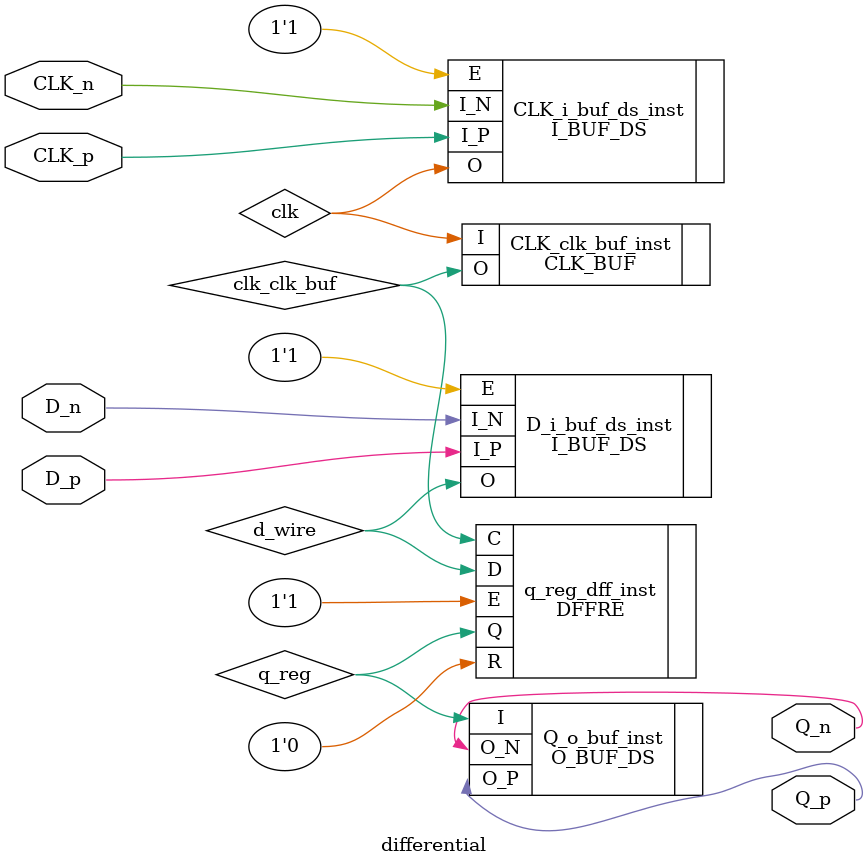
<source format=v>
`timescale 1ns/1ps

module differential (
  (* src = "differential_rtl.v:5" *)
  input D_p,
  (* src = "differential_rtl.v:5" *)
  input D_n,
  (* src = "differential_rtl.v:6" *)
  input CLK_p,
  (* src = "differential_rtl.v:6" *)
  input CLK_n,
  (* src = "differential_rtl.v:7" *)
  output Q_p,
  (* src = "differential_rtl.v:7" *)
  output Q_n
);

  (* src = "differential_rtl.v:11" *)
  wire d_wire;
  (* src = "differential_rtl.v:12" *)
  wire clk;
  (* src = "differential_rtl.v:6" *)
  wire CLK_clk_buf;
  (* src = "differential_rtl.v:10" *)
  wire q_reg;

  (* src = "differential_rtl.v:15" *)
  I_BUF_DS #(
    .WEAK_KEEPER("NONE")
  ) D_i_buf_ds_inst (
    .I_P(D_p),
    .I_N(D_n),
	.E(1'b1),
	.O(d_wire));

  (* src = "differential_rtl.v:23" *)
  I_BUF_DS #(
    .WEAK_KEEPER("NONE")
  ) CLK_i_buf_ds_inst (
    .I_P(CLK_p),
    .I_N(CLK_n),
	.E(1'b1),
	.O(clk));
	
  (* src = "differential_rtl.v:12" *)
  CLK_BUF CLK_clk_buf_inst (
    .I(clk),
	.O(clk_clk_buf));

  (* src = "differential_rtl.v:11" *)
  DFFRE q_reg_dff_inst (
    .D(d_wire),
	.R(1'b0),
	.E(1'b1),
	.C(clk_clk_buf),
	.Q(q_reg));

  (* src = "differential_rtl.v:38" *)
  O_BUF_DS #(
    .WEAK_KEEPER("NONE")
  ) Q_o_buf_inst (
    .I(q_reg),
	.O_P(Q_p),
	.O_N(Q_n));

endmodule

</source>
